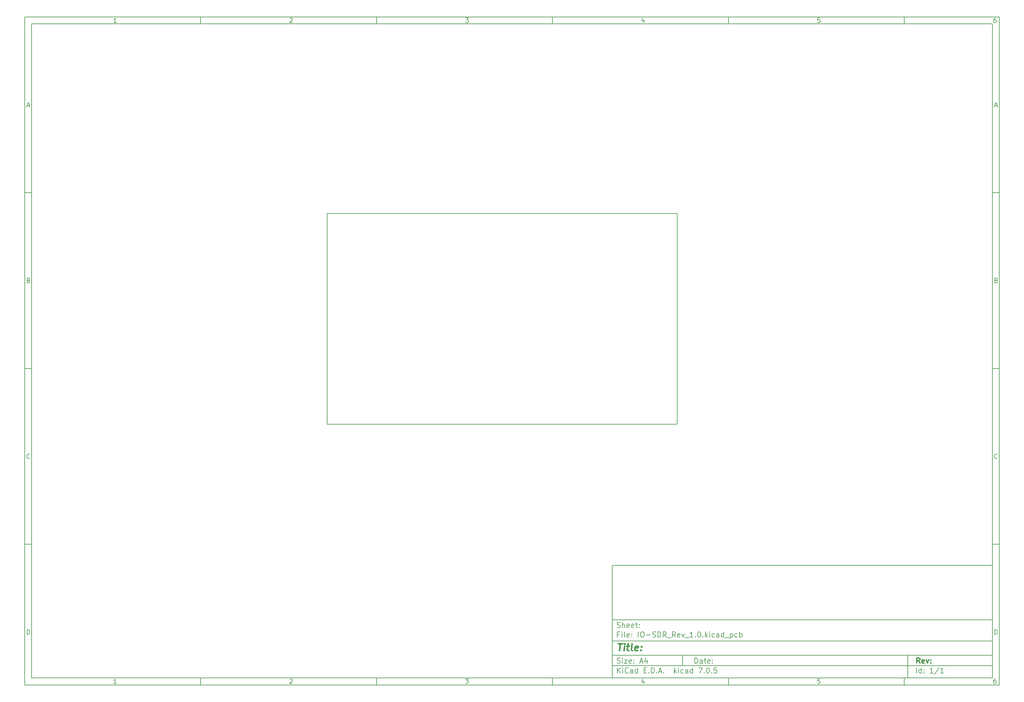
<source format=gbr>
%TF.GenerationSoftware,KiCad,Pcbnew,7.0.5*%
%TF.CreationDate,2023-12-16T19:19:43-05:00*%
%TF.ProjectId,IO-SDR_Rev_1.0,494f2d53-4452-45f5-9265-765f312e302e,rev?*%
%TF.SameCoordinates,Original*%
%TF.FileFunction,Profile,NP*%
%FSLAX46Y46*%
G04 Gerber Fmt 4.6, Leading zero omitted, Abs format (unit mm)*
G04 Created by KiCad (PCBNEW 7.0.5) date 2023-12-16 19:19:43*
%MOMM*%
%LPD*%
G01*
G04 APERTURE LIST*
%ADD10C,0.100000*%
%ADD11C,0.150000*%
%ADD12C,0.300000*%
%ADD13C,0.400000*%
%TA.AperFunction,Profile*%
%ADD14C,0.200000*%
%TD*%
G04 APERTURE END LIST*
D10*
D11*
X177002200Y-166007200D02*
X285002200Y-166007200D01*
X285002200Y-198007200D01*
X177002200Y-198007200D01*
X177002200Y-166007200D01*
D10*
D11*
X10000000Y-10000000D02*
X287002200Y-10000000D01*
X287002200Y-200007200D01*
X10000000Y-200007200D01*
X10000000Y-10000000D01*
D10*
D11*
X12000000Y-12000000D02*
X285002200Y-12000000D01*
X285002200Y-198007200D01*
X12000000Y-198007200D01*
X12000000Y-12000000D01*
D10*
D11*
X60000000Y-12000000D02*
X60000000Y-10000000D01*
D10*
D11*
X110000000Y-12000000D02*
X110000000Y-10000000D01*
D10*
D11*
X160000000Y-12000000D02*
X160000000Y-10000000D01*
D10*
D11*
X210000000Y-12000000D02*
X210000000Y-10000000D01*
D10*
D11*
X260000000Y-12000000D02*
X260000000Y-10000000D01*
D10*
D11*
X36089160Y-11593604D02*
X35346303Y-11593604D01*
X35717731Y-11593604D02*
X35717731Y-10293604D01*
X35717731Y-10293604D02*
X35593922Y-10479319D01*
X35593922Y-10479319D02*
X35470112Y-10603128D01*
X35470112Y-10603128D02*
X35346303Y-10665033D01*
D10*
D11*
X85346303Y-10417414D02*
X85408207Y-10355509D01*
X85408207Y-10355509D02*
X85532017Y-10293604D01*
X85532017Y-10293604D02*
X85841541Y-10293604D01*
X85841541Y-10293604D02*
X85965350Y-10355509D01*
X85965350Y-10355509D02*
X86027255Y-10417414D01*
X86027255Y-10417414D02*
X86089160Y-10541223D01*
X86089160Y-10541223D02*
X86089160Y-10665033D01*
X86089160Y-10665033D02*
X86027255Y-10850747D01*
X86027255Y-10850747D02*
X85284398Y-11593604D01*
X85284398Y-11593604D02*
X86089160Y-11593604D01*
D10*
D11*
X135284398Y-10293604D02*
X136089160Y-10293604D01*
X136089160Y-10293604D02*
X135655826Y-10788842D01*
X135655826Y-10788842D02*
X135841541Y-10788842D01*
X135841541Y-10788842D02*
X135965350Y-10850747D01*
X135965350Y-10850747D02*
X136027255Y-10912652D01*
X136027255Y-10912652D02*
X136089160Y-11036461D01*
X136089160Y-11036461D02*
X136089160Y-11345985D01*
X136089160Y-11345985D02*
X136027255Y-11469795D01*
X136027255Y-11469795D02*
X135965350Y-11531700D01*
X135965350Y-11531700D02*
X135841541Y-11593604D01*
X135841541Y-11593604D02*
X135470112Y-11593604D01*
X135470112Y-11593604D02*
X135346303Y-11531700D01*
X135346303Y-11531700D02*
X135284398Y-11469795D01*
D10*
D11*
X185965350Y-10726938D02*
X185965350Y-11593604D01*
X185655826Y-10231700D02*
X185346303Y-11160271D01*
X185346303Y-11160271D02*
X186151064Y-11160271D01*
D10*
D11*
X236027255Y-10293604D02*
X235408207Y-10293604D01*
X235408207Y-10293604D02*
X235346303Y-10912652D01*
X235346303Y-10912652D02*
X235408207Y-10850747D01*
X235408207Y-10850747D02*
X235532017Y-10788842D01*
X235532017Y-10788842D02*
X235841541Y-10788842D01*
X235841541Y-10788842D02*
X235965350Y-10850747D01*
X235965350Y-10850747D02*
X236027255Y-10912652D01*
X236027255Y-10912652D02*
X236089160Y-11036461D01*
X236089160Y-11036461D02*
X236089160Y-11345985D01*
X236089160Y-11345985D02*
X236027255Y-11469795D01*
X236027255Y-11469795D02*
X235965350Y-11531700D01*
X235965350Y-11531700D02*
X235841541Y-11593604D01*
X235841541Y-11593604D02*
X235532017Y-11593604D01*
X235532017Y-11593604D02*
X235408207Y-11531700D01*
X235408207Y-11531700D02*
X235346303Y-11469795D01*
D10*
D11*
X285965350Y-10293604D02*
X285717731Y-10293604D01*
X285717731Y-10293604D02*
X285593922Y-10355509D01*
X285593922Y-10355509D02*
X285532017Y-10417414D01*
X285532017Y-10417414D02*
X285408207Y-10603128D01*
X285408207Y-10603128D02*
X285346303Y-10850747D01*
X285346303Y-10850747D02*
X285346303Y-11345985D01*
X285346303Y-11345985D02*
X285408207Y-11469795D01*
X285408207Y-11469795D02*
X285470112Y-11531700D01*
X285470112Y-11531700D02*
X285593922Y-11593604D01*
X285593922Y-11593604D02*
X285841541Y-11593604D01*
X285841541Y-11593604D02*
X285965350Y-11531700D01*
X285965350Y-11531700D02*
X286027255Y-11469795D01*
X286027255Y-11469795D02*
X286089160Y-11345985D01*
X286089160Y-11345985D02*
X286089160Y-11036461D01*
X286089160Y-11036461D02*
X286027255Y-10912652D01*
X286027255Y-10912652D02*
X285965350Y-10850747D01*
X285965350Y-10850747D02*
X285841541Y-10788842D01*
X285841541Y-10788842D02*
X285593922Y-10788842D01*
X285593922Y-10788842D02*
X285470112Y-10850747D01*
X285470112Y-10850747D02*
X285408207Y-10912652D01*
X285408207Y-10912652D02*
X285346303Y-11036461D01*
D10*
D11*
X60000000Y-198007200D02*
X60000000Y-200007200D01*
D10*
D11*
X110000000Y-198007200D02*
X110000000Y-200007200D01*
D10*
D11*
X160000000Y-198007200D02*
X160000000Y-200007200D01*
D10*
D11*
X210000000Y-198007200D02*
X210000000Y-200007200D01*
D10*
D11*
X260000000Y-198007200D02*
X260000000Y-200007200D01*
D10*
D11*
X36089160Y-199600804D02*
X35346303Y-199600804D01*
X35717731Y-199600804D02*
X35717731Y-198300804D01*
X35717731Y-198300804D02*
X35593922Y-198486519D01*
X35593922Y-198486519D02*
X35470112Y-198610328D01*
X35470112Y-198610328D02*
X35346303Y-198672233D01*
D10*
D11*
X85346303Y-198424614D02*
X85408207Y-198362709D01*
X85408207Y-198362709D02*
X85532017Y-198300804D01*
X85532017Y-198300804D02*
X85841541Y-198300804D01*
X85841541Y-198300804D02*
X85965350Y-198362709D01*
X85965350Y-198362709D02*
X86027255Y-198424614D01*
X86027255Y-198424614D02*
X86089160Y-198548423D01*
X86089160Y-198548423D02*
X86089160Y-198672233D01*
X86089160Y-198672233D02*
X86027255Y-198857947D01*
X86027255Y-198857947D02*
X85284398Y-199600804D01*
X85284398Y-199600804D02*
X86089160Y-199600804D01*
D10*
D11*
X135284398Y-198300804D02*
X136089160Y-198300804D01*
X136089160Y-198300804D02*
X135655826Y-198796042D01*
X135655826Y-198796042D02*
X135841541Y-198796042D01*
X135841541Y-198796042D02*
X135965350Y-198857947D01*
X135965350Y-198857947D02*
X136027255Y-198919852D01*
X136027255Y-198919852D02*
X136089160Y-199043661D01*
X136089160Y-199043661D02*
X136089160Y-199353185D01*
X136089160Y-199353185D02*
X136027255Y-199476995D01*
X136027255Y-199476995D02*
X135965350Y-199538900D01*
X135965350Y-199538900D02*
X135841541Y-199600804D01*
X135841541Y-199600804D02*
X135470112Y-199600804D01*
X135470112Y-199600804D02*
X135346303Y-199538900D01*
X135346303Y-199538900D02*
X135284398Y-199476995D01*
D10*
D11*
X185965350Y-198734138D02*
X185965350Y-199600804D01*
X185655826Y-198238900D02*
X185346303Y-199167471D01*
X185346303Y-199167471D02*
X186151064Y-199167471D01*
D10*
D11*
X236027255Y-198300804D02*
X235408207Y-198300804D01*
X235408207Y-198300804D02*
X235346303Y-198919852D01*
X235346303Y-198919852D02*
X235408207Y-198857947D01*
X235408207Y-198857947D02*
X235532017Y-198796042D01*
X235532017Y-198796042D02*
X235841541Y-198796042D01*
X235841541Y-198796042D02*
X235965350Y-198857947D01*
X235965350Y-198857947D02*
X236027255Y-198919852D01*
X236027255Y-198919852D02*
X236089160Y-199043661D01*
X236089160Y-199043661D02*
X236089160Y-199353185D01*
X236089160Y-199353185D02*
X236027255Y-199476995D01*
X236027255Y-199476995D02*
X235965350Y-199538900D01*
X235965350Y-199538900D02*
X235841541Y-199600804D01*
X235841541Y-199600804D02*
X235532017Y-199600804D01*
X235532017Y-199600804D02*
X235408207Y-199538900D01*
X235408207Y-199538900D02*
X235346303Y-199476995D01*
D10*
D11*
X285965350Y-198300804D02*
X285717731Y-198300804D01*
X285717731Y-198300804D02*
X285593922Y-198362709D01*
X285593922Y-198362709D02*
X285532017Y-198424614D01*
X285532017Y-198424614D02*
X285408207Y-198610328D01*
X285408207Y-198610328D02*
X285346303Y-198857947D01*
X285346303Y-198857947D02*
X285346303Y-199353185D01*
X285346303Y-199353185D02*
X285408207Y-199476995D01*
X285408207Y-199476995D02*
X285470112Y-199538900D01*
X285470112Y-199538900D02*
X285593922Y-199600804D01*
X285593922Y-199600804D02*
X285841541Y-199600804D01*
X285841541Y-199600804D02*
X285965350Y-199538900D01*
X285965350Y-199538900D02*
X286027255Y-199476995D01*
X286027255Y-199476995D02*
X286089160Y-199353185D01*
X286089160Y-199353185D02*
X286089160Y-199043661D01*
X286089160Y-199043661D02*
X286027255Y-198919852D01*
X286027255Y-198919852D02*
X285965350Y-198857947D01*
X285965350Y-198857947D02*
X285841541Y-198796042D01*
X285841541Y-198796042D02*
X285593922Y-198796042D01*
X285593922Y-198796042D02*
X285470112Y-198857947D01*
X285470112Y-198857947D02*
X285408207Y-198919852D01*
X285408207Y-198919852D02*
X285346303Y-199043661D01*
D10*
D11*
X10000000Y-60000000D02*
X12000000Y-60000000D01*
D10*
D11*
X10000000Y-110000000D02*
X12000000Y-110000000D01*
D10*
D11*
X10000000Y-160000000D02*
X12000000Y-160000000D01*
D10*
D11*
X10690476Y-35222176D02*
X11309523Y-35222176D01*
X10566666Y-35593604D02*
X10999999Y-34293604D01*
X10999999Y-34293604D02*
X11433333Y-35593604D01*
D10*
D11*
X11092857Y-84912652D02*
X11278571Y-84974557D01*
X11278571Y-84974557D02*
X11340476Y-85036461D01*
X11340476Y-85036461D02*
X11402380Y-85160271D01*
X11402380Y-85160271D02*
X11402380Y-85345985D01*
X11402380Y-85345985D02*
X11340476Y-85469795D01*
X11340476Y-85469795D02*
X11278571Y-85531700D01*
X11278571Y-85531700D02*
X11154761Y-85593604D01*
X11154761Y-85593604D02*
X10659523Y-85593604D01*
X10659523Y-85593604D02*
X10659523Y-84293604D01*
X10659523Y-84293604D02*
X11092857Y-84293604D01*
X11092857Y-84293604D02*
X11216666Y-84355509D01*
X11216666Y-84355509D02*
X11278571Y-84417414D01*
X11278571Y-84417414D02*
X11340476Y-84541223D01*
X11340476Y-84541223D02*
X11340476Y-84665033D01*
X11340476Y-84665033D02*
X11278571Y-84788842D01*
X11278571Y-84788842D02*
X11216666Y-84850747D01*
X11216666Y-84850747D02*
X11092857Y-84912652D01*
X11092857Y-84912652D02*
X10659523Y-84912652D01*
D10*
D11*
X11402380Y-135469795D02*
X11340476Y-135531700D01*
X11340476Y-135531700D02*
X11154761Y-135593604D01*
X11154761Y-135593604D02*
X11030952Y-135593604D01*
X11030952Y-135593604D02*
X10845238Y-135531700D01*
X10845238Y-135531700D02*
X10721428Y-135407890D01*
X10721428Y-135407890D02*
X10659523Y-135284080D01*
X10659523Y-135284080D02*
X10597619Y-135036461D01*
X10597619Y-135036461D02*
X10597619Y-134850747D01*
X10597619Y-134850747D02*
X10659523Y-134603128D01*
X10659523Y-134603128D02*
X10721428Y-134479319D01*
X10721428Y-134479319D02*
X10845238Y-134355509D01*
X10845238Y-134355509D02*
X11030952Y-134293604D01*
X11030952Y-134293604D02*
X11154761Y-134293604D01*
X11154761Y-134293604D02*
X11340476Y-134355509D01*
X11340476Y-134355509D02*
X11402380Y-134417414D01*
D10*
D11*
X10659523Y-185593604D02*
X10659523Y-184293604D01*
X10659523Y-184293604D02*
X10969047Y-184293604D01*
X10969047Y-184293604D02*
X11154761Y-184355509D01*
X11154761Y-184355509D02*
X11278571Y-184479319D01*
X11278571Y-184479319D02*
X11340476Y-184603128D01*
X11340476Y-184603128D02*
X11402380Y-184850747D01*
X11402380Y-184850747D02*
X11402380Y-185036461D01*
X11402380Y-185036461D02*
X11340476Y-185284080D01*
X11340476Y-185284080D02*
X11278571Y-185407890D01*
X11278571Y-185407890D02*
X11154761Y-185531700D01*
X11154761Y-185531700D02*
X10969047Y-185593604D01*
X10969047Y-185593604D02*
X10659523Y-185593604D01*
D10*
D11*
X287002200Y-60000000D02*
X285002200Y-60000000D01*
D10*
D11*
X287002200Y-110000000D02*
X285002200Y-110000000D01*
D10*
D11*
X287002200Y-160000000D02*
X285002200Y-160000000D01*
D10*
D11*
X285692676Y-35222176D02*
X286311723Y-35222176D01*
X285568866Y-35593604D02*
X286002199Y-34293604D01*
X286002199Y-34293604D02*
X286435533Y-35593604D01*
D10*
D11*
X286095057Y-84912652D02*
X286280771Y-84974557D01*
X286280771Y-84974557D02*
X286342676Y-85036461D01*
X286342676Y-85036461D02*
X286404580Y-85160271D01*
X286404580Y-85160271D02*
X286404580Y-85345985D01*
X286404580Y-85345985D02*
X286342676Y-85469795D01*
X286342676Y-85469795D02*
X286280771Y-85531700D01*
X286280771Y-85531700D02*
X286156961Y-85593604D01*
X286156961Y-85593604D02*
X285661723Y-85593604D01*
X285661723Y-85593604D02*
X285661723Y-84293604D01*
X285661723Y-84293604D02*
X286095057Y-84293604D01*
X286095057Y-84293604D02*
X286218866Y-84355509D01*
X286218866Y-84355509D02*
X286280771Y-84417414D01*
X286280771Y-84417414D02*
X286342676Y-84541223D01*
X286342676Y-84541223D02*
X286342676Y-84665033D01*
X286342676Y-84665033D02*
X286280771Y-84788842D01*
X286280771Y-84788842D02*
X286218866Y-84850747D01*
X286218866Y-84850747D02*
X286095057Y-84912652D01*
X286095057Y-84912652D02*
X285661723Y-84912652D01*
D10*
D11*
X286404580Y-135469795D02*
X286342676Y-135531700D01*
X286342676Y-135531700D02*
X286156961Y-135593604D01*
X286156961Y-135593604D02*
X286033152Y-135593604D01*
X286033152Y-135593604D02*
X285847438Y-135531700D01*
X285847438Y-135531700D02*
X285723628Y-135407890D01*
X285723628Y-135407890D02*
X285661723Y-135284080D01*
X285661723Y-135284080D02*
X285599819Y-135036461D01*
X285599819Y-135036461D02*
X285599819Y-134850747D01*
X285599819Y-134850747D02*
X285661723Y-134603128D01*
X285661723Y-134603128D02*
X285723628Y-134479319D01*
X285723628Y-134479319D02*
X285847438Y-134355509D01*
X285847438Y-134355509D02*
X286033152Y-134293604D01*
X286033152Y-134293604D02*
X286156961Y-134293604D01*
X286156961Y-134293604D02*
X286342676Y-134355509D01*
X286342676Y-134355509D02*
X286404580Y-134417414D01*
D10*
D11*
X285661723Y-185593604D02*
X285661723Y-184293604D01*
X285661723Y-184293604D02*
X285971247Y-184293604D01*
X285971247Y-184293604D02*
X286156961Y-184355509D01*
X286156961Y-184355509D02*
X286280771Y-184479319D01*
X286280771Y-184479319D02*
X286342676Y-184603128D01*
X286342676Y-184603128D02*
X286404580Y-184850747D01*
X286404580Y-184850747D02*
X286404580Y-185036461D01*
X286404580Y-185036461D02*
X286342676Y-185284080D01*
X286342676Y-185284080D02*
X286280771Y-185407890D01*
X286280771Y-185407890D02*
X286156961Y-185531700D01*
X286156961Y-185531700D02*
X285971247Y-185593604D01*
X285971247Y-185593604D02*
X285661723Y-185593604D01*
D10*
D11*
X200458026Y-193793328D02*
X200458026Y-192293328D01*
X200458026Y-192293328D02*
X200815169Y-192293328D01*
X200815169Y-192293328D02*
X201029455Y-192364757D01*
X201029455Y-192364757D02*
X201172312Y-192507614D01*
X201172312Y-192507614D02*
X201243741Y-192650471D01*
X201243741Y-192650471D02*
X201315169Y-192936185D01*
X201315169Y-192936185D02*
X201315169Y-193150471D01*
X201315169Y-193150471D02*
X201243741Y-193436185D01*
X201243741Y-193436185D02*
X201172312Y-193579042D01*
X201172312Y-193579042D02*
X201029455Y-193721900D01*
X201029455Y-193721900D02*
X200815169Y-193793328D01*
X200815169Y-193793328D02*
X200458026Y-193793328D01*
X202600884Y-193793328D02*
X202600884Y-193007614D01*
X202600884Y-193007614D02*
X202529455Y-192864757D01*
X202529455Y-192864757D02*
X202386598Y-192793328D01*
X202386598Y-192793328D02*
X202100884Y-192793328D01*
X202100884Y-192793328D02*
X201958026Y-192864757D01*
X202600884Y-193721900D02*
X202458026Y-193793328D01*
X202458026Y-193793328D02*
X202100884Y-193793328D01*
X202100884Y-193793328D02*
X201958026Y-193721900D01*
X201958026Y-193721900D02*
X201886598Y-193579042D01*
X201886598Y-193579042D02*
X201886598Y-193436185D01*
X201886598Y-193436185D02*
X201958026Y-193293328D01*
X201958026Y-193293328D02*
X202100884Y-193221900D01*
X202100884Y-193221900D02*
X202458026Y-193221900D01*
X202458026Y-193221900D02*
X202600884Y-193150471D01*
X203100884Y-192793328D02*
X203672312Y-192793328D01*
X203315169Y-192293328D02*
X203315169Y-193579042D01*
X203315169Y-193579042D02*
X203386598Y-193721900D01*
X203386598Y-193721900D02*
X203529455Y-193793328D01*
X203529455Y-193793328D02*
X203672312Y-193793328D01*
X204743741Y-193721900D02*
X204600884Y-193793328D01*
X204600884Y-193793328D02*
X204315170Y-193793328D01*
X204315170Y-193793328D02*
X204172312Y-193721900D01*
X204172312Y-193721900D02*
X204100884Y-193579042D01*
X204100884Y-193579042D02*
X204100884Y-193007614D01*
X204100884Y-193007614D02*
X204172312Y-192864757D01*
X204172312Y-192864757D02*
X204315170Y-192793328D01*
X204315170Y-192793328D02*
X204600884Y-192793328D01*
X204600884Y-192793328D02*
X204743741Y-192864757D01*
X204743741Y-192864757D02*
X204815170Y-193007614D01*
X204815170Y-193007614D02*
X204815170Y-193150471D01*
X204815170Y-193150471D02*
X204100884Y-193293328D01*
X205458026Y-193650471D02*
X205529455Y-193721900D01*
X205529455Y-193721900D02*
X205458026Y-193793328D01*
X205458026Y-193793328D02*
X205386598Y-193721900D01*
X205386598Y-193721900D02*
X205458026Y-193650471D01*
X205458026Y-193650471D02*
X205458026Y-193793328D01*
X205458026Y-192864757D02*
X205529455Y-192936185D01*
X205529455Y-192936185D02*
X205458026Y-193007614D01*
X205458026Y-193007614D02*
X205386598Y-192936185D01*
X205386598Y-192936185D02*
X205458026Y-192864757D01*
X205458026Y-192864757D02*
X205458026Y-193007614D01*
D10*
D11*
X177002200Y-194507200D02*
X285002200Y-194507200D01*
D10*
D11*
X178458026Y-196593328D02*
X178458026Y-195093328D01*
X179315169Y-196593328D02*
X178672312Y-195736185D01*
X179315169Y-195093328D02*
X178458026Y-195950471D01*
X179958026Y-196593328D02*
X179958026Y-195593328D01*
X179958026Y-195093328D02*
X179886598Y-195164757D01*
X179886598Y-195164757D02*
X179958026Y-195236185D01*
X179958026Y-195236185D02*
X180029455Y-195164757D01*
X180029455Y-195164757D02*
X179958026Y-195093328D01*
X179958026Y-195093328D02*
X179958026Y-195236185D01*
X181529455Y-196450471D02*
X181458027Y-196521900D01*
X181458027Y-196521900D02*
X181243741Y-196593328D01*
X181243741Y-196593328D02*
X181100884Y-196593328D01*
X181100884Y-196593328D02*
X180886598Y-196521900D01*
X180886598Y-196521900D02*
X180743741Y-196379042D01*
X180743741Y-196379042D02*
X180672312Y-196236185D01*
X180672312Y-196236185D02*
X180600884Y-195950471D01*
X180600884Y-195950471D02*
X180600884Y-195736185D01*
X180600884Y-195736185D02*
X180672312Y-195450471D01*
X180672312Y-195450471D02*
X180743741Y-195307614D01*
X180743741Y-195307614D02*
X180886598Y-195164757D01*
X180886598Y-195164757D02*
X181100884Y-195093328D01*
X181100884Y-195093328D02*
X181243741Y-195093328D01*
X181243741Y-195093328D02*
X181458027Y-195164757D01*
X181458027Y-195164757D02*
X181529455Y-195236185D01*
X182815170Y-196593328D02*
X182815170Y-195807614D01*
X182815170Y-195807614D02*
X182743741Y-195664757D01*
X182743741Y-195664757D02*
X182600884Y-195593328D01*
X182600884Y-195593328D02*
X182315170Y-195593328D01*
X182315170Y-195593328D02*
X182172312Y-195664757D01*
X182815170Y-196521900D02*
X182672312Y-196593328D01*
X182672312Y-196593328D02*
X182315170Y-196593328D01*
X182315170Y-196593328D02*
X182172312Y-196521900D01*
X182172312Y-196521900D02*
X182100884Y-196379042D01*
X182100884Y-196379042D02*
X182100884Y-196236185D01*
X182100884Y-196236185D02*
X182172312Y-196093328D01*
X182172312Y-196093328D02*
X182315170Y-196021900D01*
X182315170Y-196021900D02*
X182672312Y-196021900D01*
X182672312Y-196021900D02*
X182815170Y-195950471D01*
X184172313Y-196593328D02*
X184172313Y-195093328D01*
X184172313Y-196521900D02*
X184029455Y-196593328D01*
X184029455Y-196593328D02*
X183743741Y-196593328D01*
X183743741Y-196593328D02*
X183600884Y-196521900D01*
X183600884Y-196521900D02*
X183529455Y-196450471D01*
X183529455Y-196450471D02*
X183458027Y-196307614D01*
X183458027Y-196307614D02*
X183458027Y-195879042D01*
X183458027Y-195879042D02*
X183529455Y-195736185D01*
X183529455Y-195736185D02*
X183600884Y-195664757D01*
X183600884Y-195664757D02*
X183743741Y-195593328D01*
X183743741Y-195593328D02*
X184029455Y-195593328D01*
X184029455Y-195593328D02*
X184172313Y-195664757D01*
X186029455Y-195807614D02*
X186529455Y-195807614D01*
X186743741Y-196593328D02*
X186029455Y-196593328D01*
X186029455Y-196593328D02*
X186029455Y-195093328D01*
X186029455Y-195093328D02*
X186743741Y-195093328D01*
X187386598Y-196450471D02*
X187458027Y-196521900D01*
X187458027Y-196521900D02*
X187386598Y-196593328D01*
X187386598Y-196593328D02*
X187315170Y-196521900D01*
X187315170Y-196521900D02*
X187386598Y-196450471D01*
X187386598Y-196450471D02*
X187386598Y-196593328D01*
X188100884Y-196593328D02*
X188100884Y-195093328D01*
X188100884Y-195093328D02*
X188458027Y-195093328D01*
X188458027Y-195093328D02*
X188672313Y-195164757D01*
X188672313Y-195164757D02*
X188815170Y-195307614D01*
X188815170Y-195307614D02*
X188886599Y-195450471D01*
X188886599Y-195450471D02*
X188958027Y-195736185D01*
X188958027Y-195736185D02*
X188958027Y-195950471D01*
X188958027Y-195950471D02*
X188886599Y-196236185D01*
X188886599Y-196236185D02*
X188815170Y-196379042D01*
X188815170Y-196379042D02*
X188672313Y-196521900D01*
X188672313Y-196521900D02*
X188458027Y-196593328D01*
X188458027Y-196593328D02*
X188100884Y-196593328D01*
X189600884Y-196450471D02*
X189672313Y-196521900D01*
X189672313Y-196521900D02*
X189600884Y-196593328D01*
X189600884Y-196593328D02*
X189529456Y-196521900D01*
X189529456Y-196521900D02*
X189600884Y-196450471D01*
X189600884Y-196450471D02*
X189600884Y-196593328D01*
X190243742Y-196164757D02*
X190958028Y-196164757D01*
X190100885Y-196593328D02*
X190600885Y-195093328D01*
X190600885Y-195093328D02*
X191100885Y-196593328D01*
X191600884Y-196450471D02*
X191672313Y-196521900D01*
X191672313Y-196521900D02*
X191600884Y-196593328D01*
X191600884Y-196593328D02*
X191529456Y-196521900D01*
X191529456Y-196521900D02*
X191600884Y-196450471D01*
X191600884Y-196450471D02*
X191600884Y-196593328D01*
X194600884Y-196593328D02*
X194600884Y-195093328D01*
X194743742Y-196021900D02*
X195172313Y-196593328D01*
X195172313Y-195593328D02*
X194600884Y-196164757D01*
X195815170Y-196593328D02*
X195815170Y-195593328D01*
X195815170Y-195093328D02*
X195743742Y-195164757D01*
X195743742Y-195164757D02*
X195815170Y-195236185D01*
X195815170Y-195236185D02*
X195886599Y-195164757D01*
X195886599Y-195164757D02*
X195815170Y-195093328D01*
X195815170Y-195093328D02*
X195815170Y-195236185D01*
X197172314Y-196521900D02*
X197029456Y-196593328D01*
X197029456Y-196593328D02*
X196743742Y-196593328D01*
X196743742Y-196593328D02*
X196600885Y-196521900D01*
X196600885Y-196521900D02*
X196529456Y-196450471D01*
X196529456Y-196450471D02*
X196458028Y-196307614D01*
X196458028Y-196307614D02*
X196458028Y-195879042D01*
X196458028Y-195879042D02*
X196529456Y-195736185D01*
X196529456Y-195736185D02*
X196600885Y-195664757D01*
X196600885Y-195664757D02*
X196743742Y-195593328D01*
X196743742Y-195593328D02*
X197029456Y-195593328D01*
X197029456Y-195593328D02*
X197172314Y-195664757D01*
X198458028Y-196593328D02*
X198458028Y-195807614D01*
X198458028Y-195807614D02*
X198386599Y-195664757D01*
X198386599Y-195664757D02*
X198243742Y-195593328D01*
X198243742Y-195593328D02*
X197958028Y-195593328D01*
X197958028Y-195593328D02*
X197815170Y-195664757D01*
X198458028Y-196521900D02*
X198315170Y-196593328D01*
X198315170Y-196593328D02*
X197958028Y-196593328D01*
X197958028Y-196593328D02*
X197815170Y-196521900D01*
X197815170Y-196521900D02*
X197743742Y-196379042D01*
X197743742Y-196379042D02*
X197743742Y-196236185D01*
X197743742Y-196236185D02*
X197815170Y-196093328D01*
X197815170Y-196093328D02*
X197958028Y-196021900D01*
X197958028Y-196021900D02*
X198315170Y-196021900D01*
X198315170Y-196021900D02*
X198458028Y-195950471D01*
X199815171Y-196593328D02*
X199815171Y-195093328D01*
X199815171Y-196521900D02*
X199672313Y-196593328D01*
X199672313Y-196593328D02*
X199386599Y-196593328D01*
X199386599Y-196593328D02*
X199243742Y-196521900D01*
X199243742Y-196521900D02*
X199172313Y-196450471D01*
X199172313Y-196450471D02*
X199100885Y-196307614D01*
X199100885Y-196307614D02*
X199100885Y-195879042D01*
X199100885Y-195879042D02*
X199172313Y-195736185D01*
X199172313Y-195736185D02*
X199243742Y-195664757D01*
X199243742Y-195664757D02*
X199386599Y-195593328D01*
X199386599Y-195593328D02*
X199672313Y-195593328D01*
X199672313Y-195593328D02*
X199815171Y-195664757D01*
X201529456Y-195093328D02*
X202529456Y-195093328D01*
X202529456Y-195093328D02*
X201886599Y-196593328D01*
X203100884Y-196450471D02*
X203172313Y-196521900D01*
X203172313Y-196521900D02*
X203100884Y-196593328D01*
X203100884Y-196593328D02*
X203029456Y-196521900D01*
X203029456Y-196521900D02*
X203100884Y-196450471D01*
X203100884Y-196450471D02*
X203100884Y-196593328D01*
X204100885Y-195093328D02*
X204243742Y-195093328D01*
X204243742Y-195093328D02*
X204386599Y-195164757D01*
X204386599Y-195164757D02*
X204458028Y-195236185D01*
X204458028Y-195236185D02*
X204529456Y-195379042D01*
X204529456Y-195379042D02*
X204600885Y-195664757D01*
X204600885Y-195664757D02*
X204600885Y-196021900D01*
X204600885Y-196021900D02*
X204529456Y-196307614D01*
X204529456Y-196307614D02*
X204458028Y-196450471D01*
X204458028Y-196450471D02*
X204386599Y-196521900D01*
X204386599Y-196521900D02*
X204243742Y-196593328D01*
X204243742Y-196593328D02*
X204100885Y-196593328D01*
X204100885Y-196593328D02*
X203958028Y-196521900D01*
X203958028Y-196521900D02*
X203886599Y-196450471D01*
X203886599Y-196450471D02*
X203815170Y-196307614D01*
X203815170Y-196307614D02*
X203743742Y-196021900D01*
X203743742Y-196021900D02*
X203743742Y-195664757D01*
X203743742Y-195664757D02*
X203815170Y-195379042D01*
X203815170Y-195379042D02*
X203886599Y-195236185D01*
X203886599Y-195236185D02*
X203958028Y-195164757D01*
X203958028Y-195164757D02*
X204100885Y-195093328D01*
X205243741Y-196450471D02*
X205315170Y-196521900D01*
X205315170Y-196521900D02*
X205243741Y-196593328D01*
X205243741Y-196593328D02*
X205172313Y-196521900D01*
X205172313Y-196521900D02*
X205243741Y-196450471D01*
X205243741Y-196450471D02*
X205243741Y-196593328D01*
X206672313Y-195093328D02*
X205958027Y-195093328D01*
X205958027Y-195093328D02*
X205886599Y-195807614D01*
X205886599Y-195807614D02*
X205958027Y-195736185D01*
X205958027Y-195736185D02*
X206100885Y-195664757D01*
X206100885Y-195664757D02*
X206458027Y-195664757D01*
X206458027Y-195664757D02*
X206600885Y-195736185D01*
X206600885Y-195736185D02*
X206672313Y-195807614D01*
X206672313Y-195807614D02*
X206743742Y-195950471D01*
X206743742Y-195950471D02*
X206743742Y-196307614D01*
X206743742Y-196307614D02*
X206672313Y-196450471D01*
X206672313Y-196450471D02*
X206600885Y-196521900D01*
X206600885Y-196521900D02*
X206458027Y-196593328D01*
X206458027Y-196593328D02*
X206100885Y-196593328D01*
X206100885Y-196593328D02*
X205958027Y-196521900D01*
X205958027Y-196521900D02*
X205886599Y-196450471D01*
D10*
D11*
X177002200Y-191507200D02*
X285002200Y-191507200D01*
D10*
D12*
X264413853Y-193785528D02*
X263913853Y-193071242D01*
X263556710Y-193785528D02*
X263556710Y-192285528D01*
X263556710Y-192285528D02*
X264128139Y-192285528D01*
X264128139Y-192285528D02*
X264270996Y-192356957D01*
X264270996Y-192356957D02*
X264342425Y-192428385D01*
X264342425Y-192428385D02*
X264413853Y-192571242D01*
X264413853Y-192571242D02*
X264413853Y-192785528D01*
X264413853Y-192785528D02*
X264342425Y-192928385D01*
X264342425Y-192928385D02*
X264270996Y-192999814D01*
X264270996Y-192999814D02*
X264128139Y-193071242D01*
X264128139Y-193071242D02*
X263556710Y-193071242D01*
X265628139Y-193714100D02*
X265485282Y-193785528D01*
X265485282Y-193785528D02*
X265199568Y-193785528D01*
X265199568Y-193785528D02*
X265056710Y-193714100D01*
X265056710Y-193714100D02*
X264985282Y-193571242D01*
X264985282Y-193571242D02*
X264985282Y-192999814D01*
X264985282Y-192999814D02*
X265056710Y-192856957D01*
X265056710Y-192856957D02*
X265199568Y-192785528D01*
X265199568Y-192785528D02*
X265485282Y-192785528D01*
X265485282Y-192785528D02*
X265628139Y-192856957D01*
X265628139Y-192856957D02*
X265699568Y-192999814D01*
X265699568Y-192999814D02*
X265699568Y-193142671D01*
X265699568Y-193142671D02*
X264985282Y-193285528D01*
X266199567Y-192785528D02*
X266556710Y-193785528D01*
X266556710Y-193785528D02*
X266913853Y-192785528D01*
X267485281Y-193642671D02*
X267556710Y-193714100D01*
X267556710Y-193714100D02*
X267485281Y-193785528D01*
X267485281Y-193785528D02*
X267413853Y-193714100D01*
X267413853Y-193714100D02*
X267485281Y-193642671D01*
X267485281Y-193642671D02*
X267485281Y-193785528D01*
X267485281Y-192856957D02*
X267556710Y-192928385D01*
X267556710Y-192928385D02*
X267485281Y-192999814D01*
X267485281Y-192999814D02*
X267413853Y-192928385D01*
X267413853Y-192928385D02*
X267485281Y-192856957D01*
X267485281Y-192856957D02*
X267485281Y-192999814D01*
D10*
D11*
X178386598Y-193721900D02*
X178600884Y-193793328D01*
X178600884Y-193793328D02*
X178958026Y-193793328D01*
X178958026Y-193793328D02*
X179100884Y-193721900D01*
X179100884Y-193721900D02*
X179172312Y-193650471D01*
X179172312Y-193650471D02*
X179243741Y-193507614D01*
X179243741Y-193507614D02*
X179243741Y-193364757D01*
X179243741Y-193364757D02*
X179172312Y-193221900D01*
X179172312Y-193221900D02*
X179100884Y-193150471D01*
X179100884Y-193150471D02*
X178958026Y-193079042D01*
X178958026Y-193079042D02*
X178672312Y-193007614D01*
X178672312Y-193007614D02*
X178529455Y-192936185D01*
X178529455Y-192936185D02*
X178458026Y-192864757D01*
X178458026Y-192864757D02*
X178386598Y-192721900D01*
X178386598Y-192721900D02*
X178386598Y-192579042D01*
X178386598Y-192579042D02*
X178458026Y-192436185D01*
X178458026Y-192436185D02*
X178529455Y-192364757D01*
X178529455Y-192364757D02*
X178672312Y-192293328D01*
X178672312Y-192293328D02*
X179029455Y-192293328D01*
X179029455Y-192293328D02*
X179243741Y-192364757D01*
X179886597Y-193793328D02*
X179886597Y-192793328D01*
X179886597Y-192293328D02*
X179815169Y-192364757D01*
X179815169Y-192364757D02*
X179886597Y-192436185D01*
X179886597Y-192436185D02*
X179958026Y-192364757D01*
X179958026Y-192364757D02*
X179886597Y-192293328D01*
X179886597Y-192293328D02*
X179886597Y-192436185D01*
X180458026Y-192793328D02*
X181243741Y-192793328D01*
X181243741Y-192793328D02*
X180458026Y-193793328D01*
X180458026Y-193793328D02*
X181243741Y-193793328D01*
X182386598Y-193721900D02*
X182243741Y-193793328D01*
X182243741Y-193793328D02*
X181958027Y-193793328D01*
X181958027Y-193793328D02*
X181815169Y-193721900D01*
X181815169Y-193721900D02*
X181743741Y-193579042D01*
X181743741Y-193579042D02*
X181743741Y-193007614D01*
X181743741Y-193007614D02*
X181815169Y-192864757D01*
X181815169Y-192864757D02*
X181958027Y-192793328D01*
X181958027Y-192793328D02*
X182243741Y-192793328D01*
X182243741Y-192793328D02*
X182386598Y-192864757D01*
X182386598Y-192864757D02*
X182458027Y-193007614D01*
X182458027Y-193007614D02*
X182458027Y-193150471D01*
X182458027Y-193150471D02*
X181743741Y-193293328D01*
X183100883Y-193650471D02*
X183172312Y-193721900D01*
X183172312Y-193721900D02*
X183100883Y-193793328D01*
X183100883Y-193793328D02*
X183029455Y-193721900D01*
X183029455Y-193721900D02*
X183100883Y-193650471D01*
X183100883Y-193650471D02*
X183100883Y-193793328D01*
X183100883Y-192864757D02*
X183172312Y-192936185D01*
X183172312Y-192936185D02*
X183100883Y-193007614D01*
X183100883Y-193007614D02*
X183029455Y-192936185D01*
X183029455Y-192936185D02*
X183100883Y-192864757D01*
X183100883Y-192864757D02*
X183100883Y-193007614D01*
X184886598Y-193364757D02*
X185600884Y-193364757D01*
X184743741Y-193793328D02*
X185243741Y-192293328D01*
X185243741Y-192293328D02*
X185743741Y-193793328D01*
X186886598Y-192793328D02*
X186886598Y-193793328D01*
X186529455Y-192221900D02*
X186172312Y-193293328D01*
X186172312Y-193293328D02*
X187100883Y-193293328D01*
D10*
D11*
X263458026Y-196593328D02*
X263458026Y-195093328D01*
X264815170Y-196593328D02*
X264815170Y-195093328D01*
X264815170Y-196521900D02*
X264672312Y-196593328D01*
X264672312Y-196593328D02*
X264386598Y-196593328D01*
X264386598Y-196593328D02*
X264243741Y-196521900D01*
X264243741Y-196521900D02*
X264172312Y-196450471D01*
X264172312Y-196450471D02*
X264100884Y-196307614D01*
X264100884Y-196307614D02*
X264100884Y-195879042D01*
X264100884Y-195879042D02*
X264172312Y-195736185D01*
X264172312Y-195736185D02*
X264243741Y-195664757D01*
X264243741Y-195664757D02*
X264386598Y-195593328D01*
X264386598Y-195593328D02*
X264672312Y-195593328D01*
X264672312Y-195593328D02*
X264815170Y-195664757D01*
X265529455Y-196450471D02*
X265600884Y-196521900D01*
X265600884Y-196521900D02*
X265529455Y-196593328D01*
X265529455Y-196593328D02*
X265458027Y-196521900D01*
X265458027Y-196521900D02*
X265529455Y-196450471D01*
X265529455Y-196450471D02*
X265529455Y-196593328D01*
X265529455Y-195664757D02*
X265600884Y-195736185D01*
X265600884Y-195736185D02*
X265529455Y-195807614D01*
X265529455Y-195807614D02*
X265458027Y-195736185D01*
X265458027Y-195736185D02*
X265529455Y-195664757D01*
X265529455Y-195664757D02*
X265529455Y-195807614D01*
X268172313Y-196593328D02*
X267315170Y-196593328D01*
X267743741Y-196593328D02*
X267743741Y-195093328D01*
X267743741Y-195093328D02*
X267600884Y-195307614D01*
X267600884Y-195307614D02*
X267458027Y-195450471D01*
X267458027Y-195450471D02*
X267315170Y-195521900D01*
X269886598Y-195021900D02*
X268600884Y-196950471D01*
X271172313Y-196593328D02*
X270315170Y-196593328D01*
X270743741Y-196593328D02*
X270743741Y-195093328D01*
X270743741Y-195093328D02*
X270600884Y-195307614D01*
X270600884Y-195307614D02*
X270458027Y-195450471D01*
X270458027Y-195450471D02*
X270315170Y-195521900D01*
D10*
D11*
X177002200Y-187507200D02*
X285002200Y-187507200D01*
D10*
D13*
X178693928Y-188211638D02*
X179836785Y-188211638D01*
X179015357Y-190211638D02*
X179265357Y-188211638D01*
X180253452Y-190211638D02*
X180420119Y-188878304D01*
X180503452Y-188211638D02*
X180396309Y-188306876D01*
X180396309Y-188306876D02*
X180479643Y-188402114D01*
X180479643Y-188402114D02*
X180586786Y-188306876D01*
X180586786Y-188306876D02*
X180503452Y-188211638D01*
X180503452Y-188211638D02*
X180479643Y-188402114D01*
X181086786Y-188878304D02*
X181848690Y-188878304D01*
X181455833Y-188211638D02*
X181241548Y-189925923D01*
X181241548Y-189925923D02*
X181312976Y-190116400D01*
X181312976Y-190116400D02*
X181491548Y-190211638D01*
X181491548Y-190211638D02*
X181682024Y-190211638D01*
X182634405Y-190211638D02*
X182455833Y-190116400D01*
X182455833Y-190116400D02*
X182384405Y-189925923D01*
X182384405Y-189925923D02*
X182598690Y-188211638D01*
X184170119Y-190116400D02*
X183967738Y-190211638D01*
X183967738Y-190211638D02*
X183586785Y-190211638D01*
X183586785Y-190211638D02*
X183408214Y-190116400D01*
X183408214Y-190116400D02*
X183336785Y-189925923D01*
X183336785Y-189925923D02*
X183432024Y-189164019D01*
X183432024Y-189164019D02*
X183551071Y-188973542D01*
X183551071Y-188973542D02*
X183753452Y-188878304D01*
X183753452Y-188878304D02*
X184134404Y-188878304D01*
X184134404Y-188878304D02*
X184312976Y-188973542D01*
X184312976Y-188973542D02*
X184384404Y-189164019D01*
X184384404Y-189164019D02*
X184360595Y-189354495D01*
X184360595Y-189354495D02*
X183384404Y-189544971D01*
X185134405Y-190021161D02*
X185217738Y-190116400D01*
X185217738Y-190116400D02*
X185110595Y-190211638D01*
X185110595Y-190211638D02*
X185027262Y-190116400D01*
X185027262Y-190116400D02*
X185134405Y-190021161D01*
X185134405Y-190021161D02*
X185110595Y-190211638D01*
X185265357Y-188973542D02*
X185348690Y-189068780D01*
X185348690Y-189068780D02*
X185241548Y-189164019D01*
X185241548Y-189164019D02*
X185158214Y-189068780D01*
X185158214Y-189068780D02*
X185265357Y-188973542D01*
X185265357Y-188973542D02*
X185241548Y-189164019D01*
D10*
D11*
X178958026Y-185607614D02*
X178458026Y-185607614D01*
X178458026Y-186393328D02*
X178458026Y-184893328D01*
X178458026Y-184893328D02*
X179172312Y-184893328D01*
X179743740Y-186393328D02*
X179743740Y-185393328D01*
X179743740Y-184893328D02*
X179672312Y-184964757D01*
X179672312Y-184964757D02*
X179743740Y-185036185D01*
X179743740Y-185036185D02*
X179815169Y-184964757D01*
X179815169Y-184964757D02*
X179743740Y-184893328D01*
X179743740Y-184893328D02*
X179743740Y-185036185D01*
X180672312Y-186393328D02*
X180529455Y-186321900D01*
X180529455Y-186321900D02*
X180458026Y-186179042D01*
X180458026Y-186179042D02*
X180458026Y-184893328D01*
X181815169Y-186321900D02*
X181672312Y-186393328D01*
X181672312Y-186393328D02*
X181386598Y-186393328D01*
X181386598Y-186393328D02*
X181243740Y-186321900D01*
X181243740Y-186321900D02*
X181172312Y-186179042D01*
X181172312Y-186179042D02*
X181172312Y-185607614D01*
X181172312Y-185607614D02*
X181243740Y-185464757D01*
X181243740Y-185464757D02*
X181386598Y-185393328D01*
X181386598Y-185393328D02*
X181672312Y-185393328D01*
X181672312Y-185393328D02*
X181815169Y-185464757D01*
X181815169Y-185464757D02*
X181886598Y-185607614D01*
X181886598Y-185607614D02*
X181886598Y-185750471D01*
X181886598Y-185750471D02*
X181172312Y-185893328D01*
X182529454Y-186250471D02*
X182600883Y-186321900D01*
X182600883Y-186321900D02*
X182529454Y-186393328D01*
X182529454Y-186393328D02*
X182458026Y-186321900D01*
X182458026Y-186321900D02*
X182529454Y-186250471D01*
X182529454Y-186250471D02*
X182529454Y-186393328D01*
X182529454Y-185464757D02*
X182600883Y-185536185D01*
X182600883Y-185536185D02*
X182529454Y-185607614D01*
X182529454Y-185607614D02*
X182458026Y-185536185D01*
X182458026Y-185536185D02*
X182529454Y-185464757D01*
X182529454Y-185464757D02*
X182529454Y-185607614D01*
X184386597Y-186393328D02*
X184386597Y-184893328D01*
X185386598Y-184893328D02*
X185672312Y-184893328D01*
X185672312Y-184893328D02*
X185815169Y-184964757D01*
X185815169Y-184964757D02*
X185958026Y-185107614D01*
X185958026Y-185107614D02*
X186029455Y-185393328D01*
X186029455Y-185393328D02*
X186029455Y-185893328D01*
X186029455Y-185893328D02*
X185958026Y-186179042D01*
X185958026Y-186179042D02*
X185815169Y-186321900D01*
X185815169Y-186321900D02*
X185672312Y-186393328D01*
X185672312Y-186393328D02*
X185386598Y-186393328D01*
X185386598Y-186393328D02*
X185243741Y-186321900D01*
X185243741Y-186321900D02*
X185100883Y-186179042D01*
X185100883Y-186179042D02*
X185029455Y-185893328D01*
X185029455Y-185893328D02*
X185029455Y-185393328D01*
X185029455Y-185393328D02*
X185100883Y-185107614D01*
X185100883Y-185107614D02*
X185243741Y-184964757D01*
X185243741Y-184964757D02*
X185386598Y-184893328D01*
X186672312Y-185821900D02*
X187815170Y-185821900D01*
X188458027Y-186321900D02*
X188672313Y-186393328D01*
X188672313Y-186393328D02*
X189029455Y-186393328D01*
X189029455Y-186393328D02*
X189172313Y-186321900D01*
X189172313Y-186321900D02*
X189243741Y-186250471D01*
X189243741Y-186250471D02*
X189315170Y-186107614D01*
X189315170Y-186107614D02*
X189315170Y-185964757D01*
X189315170Y-185964757D02*
X189243741Y-185821900D01*
X189243741Y-185821900D02*
X189172313Y-185750471D01*
X189172313Y-185750471D02*
X189029455Y-185679042D01*
X189029455Y-185679042D02*
X188743741Y-185607614D01*
X188743741Y-185607614D02*
X188600884Y-185536185D01*
X188600884Y-185536185D02*
X188529455Y-185464757D01*
X188529455Y-185464757D02*
X188458027Y-185321900D01*
X188458027Y-185321900D02*
X188458027Y-185179042D01*
X188458027Y-185179042D02*
X188529455Y-185036185D01*
X188529455Y-185036185D02*
X188600884Y-184964757D01*
X188600884Y-184964757D02*
X188743741Y-184893328D01*
X188743741Y-184893328D02*
X189100884Y-184893328D01*
X189100884Y-184893328D02*
X189315170Y-184964757D01*
X189958026Y-186393328D02*
X189958026Y-184893328D01*
X189958026Y-184893328D02*
X190315169Y-184893328D01*
X190315169Y-184893328D02*
X190529455Y-184964757D01*
X190529455Y-184964757D02*
X190672312Y-185107614D01*
X190672312Y-185107614D02*
X190743741Y-185250471D01*
X190743741Y-185250471D02*
X190815169Y-185536185D01*
X190815169Y-185536185D02*
X190815169Y-185750471D01*
X190815169Y-185750471D02*
X190743741Y-186036185D01*
X190743741Y-186036185D02*
X190672312Y-186179042D01*
X190672312Y-186179042D02*
X190529455Y-186321900D01*
X190529455Y-186321900D02*
X190315169Y-186393328D01*
X190315169Y-186393328D02*
X189958026Y-186393328D01*
X192315169Y-186393328D02*
X191815169Y-185679042D01*
X191458026Y-186393328D02*
X191458026Y-184893328D01*
X191458026Y-184893328D02*
X192029455Y-184893328D01*
X192029455Y-184893328D02*
X192172312Y-184964757D01*
X192172312Y-184964757D02*
X192243741Y-185036185D01*
X192243741Y-185036185D02*
X192315169Y-185179042D01*
X192315169Y-185179042D02*
X192315169Y-185393328D01*
X192315169Y-185393328D02*
X192243741Y-185536185D01*
X192243741Y-185536185D02*
X192172312Y-185607614D01*
X192172312Y-185607614D02*
X192029455Y-185679042D01*
X192029455Y-185679042D02*
X191458026Y-185679042D01*
X192600884Y-186536185D02*
X193743741Y-186536185D01*
X194958026Y-186393328D02*
X194458026Y-185679042D01*
X194100883Y-186393328D02*
X194100883Y-184893328D01*
X194100883Y-184893328D02*
X194672312Y-184893328D01*
X194672312Y-184893328D02*
X194815169Y-184964757D01*
X194815169Y-184964757D02*
X194886598Y-185036185D01*
X194886598Y-185036185D02*
X194958026Y-185179042D01*
X194958026Y-185179042D02*
X194958026Y-185393328D01*
X194958026Y-185393328D02*
X194886598Y-185536185D01*
X194886598Y-185536185D02*
X194815169Y-185607614D01*
X194815169Y-185607614D02*
X194672312Y-185679042D01*
X194672312Y-185679042D02*
X194100883Y-185679042D01*
X196172312Y-186321900D02*
X196029455Y-186393328D01*
X196029455Y-186393328D02*
X195743741Y-186393328D01*
X195743741Y-186393328D02*
X195600883Y-186321900D01*
X195600883Y-186321900D02*
X195529455Y-186179042D01*
X195529455Y-186179042D02*
X195529455Y-185607614D01*
X195529455Y-185607614D02*
X195600883Y-185464757D01*
X195600883Y-185464757D02*
X195743741Y-185393328D01*
X195743741Y-185393328D02*
X196029455Y-185393328D01*
X196029455Y-185393328D02*
X196172312Y-185464757D01*
X196172312Y-185464757D02*
X196243741Y-185607614D01*
X196243741Y-185607614D02*
X196243741Y-185750471D01*
X196243741Y-185750471D02*
X195529455Y-185893328D01*
X196743740Y-185393328D02*
X197100883Y-186393328D01*
X197100883Y-186393328D02*
X197458026Y-185393328D01*
X197672312Y-186536185D02*
X198815169Y-186536185D01*
X199958026Y-186393328D02*
X199100883Y-186393328D01*
X199529454Y-186393328D02*
X199529454Y-184893328D01*
X199529454Y-184893328D02*
X199386597Y-185107614D01*
X199386597Y-185107614D02*
X199243740Y-185250471D01*
X199243740Y-185250471D02*
X199100883Y-185321900D01*
X200600882Y-186250471D02*
X200672311Y-186321900D01*
X200672311Y-186321900D02*
X200600882Y-186393328D01*
X200600882Y-186393328D02*
X200529454Y-186321900D01*
X200529454Y-186321900D02*
X200600882Y-186250471D01*
X200600882Y-186250471D02*
X200600882Y-186393328D01*
X201600883Y-184893328D02*
X201743740Y-184893328D01*
X201743740Y-184893328D02*
X201886597Y-184964757D01*
X201886597Y-184964757D02*
X201958026Y-185036185D01*
X201958026Y-185036185D02*
X202029454Y-185179042D01*
X202029454Y-185179042D02*
X202100883Y-185464757D01*
X202100883Y-185464757D02*
X202100883Y-185821900D01*
X202100883Y-185821900D02*
X202029454Y-186107614D01*
X202029454Y-186107614D02*
X201958026Y-186250471D01*
X201958026Y-186250471D02*
X201886597Y-186321900D01*
X201886597Y-186321900D02*
X201743740Y-186393328D01*
X201743740Y-186393328D02*
X201600883Y-186393328D01*
X201600883Y-186393328D02*
X201458026Y-186321900D01*
X201458026Y-186321900D02*
X201386597Y-186250471D01*
X201386597Y-186250471D02*
X201315168Y-186107614D01*
X201315168Y-186107614D02*
X201243740Y-185821900D01*
X201243740Y-185821900D02*
X201243740Y-185464757D01*
X201243740Y-185464757D02*
X201315168Y-185179042D01*
X201315168Y-185179042D02*
X201386597Y-185036185D01*
X201386597Y-185036185D02*
X201458026Y-184964757D01*
X201458026Y-184964757D02*
X201600883Y-184893328D01*
X202743739Y-186250471D02*
X202815168Y-186321900D01*
X202815168Y-186321900D02*
X202743739Y-186393328D01*
X202743739Y-186393328D02*
X202672311Y-186321900D01*
X202672311Y-186321900D02*
X202743739Y-186250471D01*
X202743739Y-186250471D02*
X202743739Y-186393328D01*
X203458025Y-186393328D02*
X203458025Y-184893328D01*
X203600883Y-185821900D02*
X204029454Y-186393328D01*
X204029454Y-185393328D02*
X203458025Y-185964757D01*
X204672311Y-186393328D02*
X204672311Y-185393328D01*
X204672311Y-184893328D02*
X204600883Y-184964757D01*
X204600883Y-184964757D02*
X204672311Y-185036185D01*
X204672311Y-185036185D02*
X204743740Y-184964757D01*
X204743740Y-184964757D02*
X204672311Y-184893328D01*
X204672311Y-184893328D02*
X204672311Y-185036185D01*
X206029455Y-186321900D02*
X205886597Y-186393328D01*
X205886597Y-186393328D02*
X205600883Y-186393328D01*
X205600883Y-186393328D02*
X205458026Y-186321900D01*
X205458026Y-186321900D02*
X205386597Y-186250471D01*
X205386597Y-186250471D02*
X205315169Y-186107614D01*
X205315169Y-186107614D02*
X205315169Y-185679042D01*
X205315169Y-185679042D02*
X205386597Y-185536185D01*
X205386597Y-185536185D02*
X205458026Y-185464757D01*
X205458026Y-185464757D02*
X205600883Y-185393328D01*
X205600883Y-185393328D02*
X205886597Y-185393328D01*
X205886597Y-185393328D02*
X206029455Y-185464757D01*
X207315169Y-186393328D02*
X207315169Y-185607614D01*
X207315169Y-185607614D02*
X207243740Y-185464757D01*
X207243740Y-185464757D02*
X207100883Y-185393328D01*
X207100883Y-185393328D02*
X206815169Y-185393328D01*
X206815169Y-185393328D02*
X206672311Y-185464757D01*
X207315169Y-186321900D02*
X207172311Y-186393328D01*
X207172311Y-186393328D02*
X206815169Y-186393328D01*
X206815169Y-186393328D02*
X206672311Y-186321900D01*
X206672311Y-186321900D02*
X206600883Y-186179042D01*
X206600883Y-186179042D02*
X206600883Y-186036185D01*
X206600883Y-186036185D02*
X206672311Y-185893328D01*
X206672311Y-185893328D02*
X206815169Y-185821900D01*
X206815169Y-185821900D02*
X207172311Y-185821900D01*
X207172311Y-185821900D02*
X207315169Y-185750471D01*
X208672312Y-186393328D02*
X208672312Y-184893328D01*
X208672312Y-186321900D02*
X208529454Y-186393328D01*
X208529454Y-186393328D02*
X208243740Y-186393328D01*
X208243740Y-186393328D02*
X208100883Y-186321900D01*
X208100883Y-186321900D02*
X208029454Y-186250471D01*
X208029454Y-186250471D02*
X207958026Y-186107614D01*
X207958026Y-186107614D02*
X207958026Y-185679042D01*
X207958026Y-185679042D02*
X208029454Y-185536185D01*
X208029454Y-185536185D02*
X208100883Y-185464757D01*
X208100883Y-185464757D02*
X208243740Y-185393328D01*
X208243740Y-185393328D02*
X208529454Y-185393328D01*
X208529454Y-185393328D02*
X208672312Y-185464757D01*
X209029455Y-186536185D02*
X210172312Y-186536185D01*
X210529454Y-185393328D02*
X210529454Y-186893328D01*
X210529454Y-185464757D02*
X210672312Y-185393328D01*
X210672312Y-185393328D02*
X210958026Y-185393328D01*
X210958026Y-185393328D02*
X211100883Y-185464757D01*
X211100883Y-185464757D02*
X211172312Y-185536185D01*
X211172312Y-185536185D02*
X211243740Y-185679042D01*
X211243740Y-185679042D02*
X211243740Y-186107614D01*
X211243740Y-186107614D02*
X211172312Y-186250471D01*
X211172312Y-186250471D02*
X211100883Y-186321900D01*
X211100883Y-186321900D02*
X210958026Y-186393328D01*
X210958026Y-186393328D02*
X210672312Y-186393328D01*
X210672312Y-186393328D02*
X210529454Y-186321900D01*
X212529455Y-186321900D02*
X212386597Y-186393328D01*
X212386597Y-186393328D02*
X212100883Y-186393328D01*
X212100883Y-186393328D02*
X211958026Y-186321900D01*
X211958026Y-186321900D02*
X211886597Y-186250471D01*
X211886597Y-186250471D02*
X211815169Y-186107614D01*
X211815169Y-186107614D02*
X211815169Y-185679042D01*
X211815169Y-185679042D02*
X211886597Y-185536185D01*
X211886597Y-185536185D02*
X211958026Y-185464757D01*
X211958026Y-185464757D02*
X212100883Y-185393328D01*
X212100883Y-185393328D02*
X212386597Y-185393328D01*
X212386597Y-185393328D02*
X212529455Y-185464757D01*
X213172311Y-186393328D02*
X213172311Y-184893328D01*
X213172311Y-185464757D02*
X213315169Y-185393328D01*
X213315169Y-185393328D02*
X213600883Y-185393328D01*
X213600883Y-185393328D02*
X213743740Y-185464757D01*
X213743740Y-185464757D02*
X213815169Y-185536185D01*
X213815169Y-185536185D02*
X213886597Y-185679042D01*
X213886597Y-185679042D02*
X213886597Y-186107614D01*
X213886597Y-186107614D02*
X213815169Y-186250471D01*
X213815169Y-186250471D02*
X213743740Y-186321900D01*
X213743740Y-186321900D02*
X213600883Y-186393328D01*
X213600883Y-186393328D02*
X213315169Y-186393328D01*
X213315169Y-186393328D02*
X213172311Y-186321900D01*
D10*
D11*
X177002200Y-181507200D02*
X285002200Y-181507200D01*
D10*
D11*
X178386598Y-183621900D02*
X178600884Y-183693328D01*
X178600884Y-183693328D02*
X178958026Y-183693328D01*
X178958026Y-183693328D02*
X179100884Y-183621900D01*
X179100884Y-183621900D02*
X179172312Y-183550471D01*
X179172312Y-183550471D02*
X179243741Y-183407614D01*
X179243741Y-183407614D02*
X179243741Y-183264757D01*
X179243741Y-183264757D02*
X179172312Y-183121900D01*
X179172312Y-183121900D02*
X179100884Y-183050471D01*
X179100884Y-183050471D02*
X178958026Y-182979042D01*
X178958026Y-182979042D02*
X178672312Y-182907614D01*
X178672312Y-182907614D02*
X178529455Y-182836185D01*
X178529455Y-182836185D02*
X178458026Y-182764757D01*
X178458026Y-182764757D02*
X178386598Y-182621900D01*
X178386598Y-182621900D02*
X178386598Y-182479042D01*
X178386598Y-182479042D02*
X178458026Y-182336185D01*
X178458026Y-182336185D02*
X178529455Y-182264757D01*
X178529455Y-182264757D02*
X178672312Y-182193328D01*
X178672312Y-182193328D02*
X179029455Y-182193328D01*
X179029455Y-182193328D02*
X179243741Y-182264757D01*
X179886597Y-183693328D02*
X179886597Y-182193328D01*
X180529455Y-183693328D02*
X180529455Y-182907614D01*
X180529455Y-182907614D02*
X180458026Y-182764757D01*
X180458026Y-182764757D02*
X180315169Y-182693328D01*
X180315169Y-182693328D02*
X180100883Y-182693328D01*
X180100883Y-182693328D02*
X179958026Y-182764757D01*
X179958026Y-182764757D02*
X179886597Y-182836185D01*
X181815169Y-183621900D02*
X181672312Y-183693328D01*
X181672312Y-183693328D02*
X181386598Y-183693328D01*
X181386598Y-183693328D02*
X181243740Y-183621900D01*
X181243740Y-183621900D02*
X181172312Y-183479042D01*
X181172312Y-183479042D02*
X181172312Y-182907614D01*
X181172312Y-182907614D02*
X181243740Y-182764757D01*
X181243740Y-182764757D02*
X181386598Y-182693328D01*
X181386598Y-182693328D02*
X181672312Y-182693328D01*
X181672312Y-182693328D02*
X181815169Y-182764757D01*
X181815169Y-182764757D02*
X181886598Y-182907614D01*
X181886598Y-182907614D02*
X181886598Y-183050471D01*
X181886598Y-183050471D02*
X181172312Y-183193328D01*
X183100883Y-183621900D02*
X182958026Y-183693328D01*
X182958026Y-183693328D02*
X182672312Y-183693328D01*
X182672312Y-183693328D02*
X182529454Y-183621900D01*
X182529454Y-183621900D02*
X182458026Y-183479042D01*
X182458026Y-183479042D02*
X182458026Y-182907614D01*
X182458026Y-182907614D02*
X182529454Y-182764757D01*
X182529454Y-182764757D02*
X182672312Y-182693328D01*
X182672312Y-182693328D02*
X182958026Y-182693328D01*
X182958026Y-182693328D02*
X183100883Y-182764757D01*
X183100883Y-182764757D02*
X183172312Y-182907614D01*
X183172312Y-182907614D02*
X183172312Y-183050471D01*
X183172312Y-183050471D02*
X182458026Y-183193328D01*
X183600883Y-182693328D02*
X184172311Y-182693328D01*
X183815168Y-182193328D02*
X183815168Y-183479042D01*
X183815168Y-183479042D02*
X183886597Y-183621900D01*
X183886597Y-183621900D02*
X184029454Y-183693328D01*
X184029454Y-183693328D02*
X184172311Y-183693328D01*
X184672311Y-183550471D02*
X184743740Y-183621900D01*
X184743740Y-183621900D02*
X184672311Y-183693328D01*
X184672311Y-183693328D02*
X184600883Y-183621900D01*
X184600883Y-183621900D02*
X184672311Y-183550471D01*
X184672311Y-183550471D02*
X184672311Y-183693328D01*
X184672311Y-182764757D02*
X184743740Y-182836185D01*
X184743740Y-182836185D02*
X184672311Y-182907614D01*
X184672311Y-182907614D02*
X184600883Y-182836185D01*
X184600883Y-182836185D02*
X184672311Y-182764757D01*
X184672311Y-182764757D02*
X184672311Y-182907614D01*
D10*
D12*
D10*
D11*
D10*
D11*
D10*
D11*
D10*
D11*
D10*
D11*
X197002200Y-191507200D02*
X197002200Y-194507200D01*
D10*
D11*
X261002200Y-191507200D02*
X261002200Y-198007200D01*
D14*
X195210000Y-125882854D02*
X195402654Y-125670000D01*
X95942654Y-125882854D02*
X95942654Y-65902854D01*
X195210000Y-125882854D02*
X95942654Y-125882854D01*
X195402654Y-65902854D02*
X95942654Y-65902854D01*
X195402654Y-65902854D02*
X195402654Y-125670000D01*
M02*

</source>
